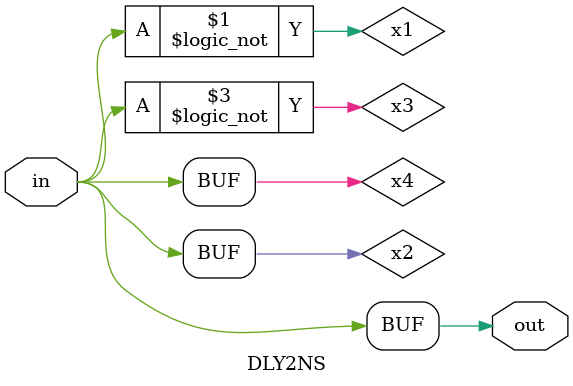
<source format=v>

module SDRAM (
  input             clk_in,     // controller clock
  
  // interface to the chip
  inout      [15:0] sd_data,    // 16 bit databus
  output reg [12:0] sd_addr,    // 13 bit multiplexed address bus
  output reg [1:0]  sd_dqm,     // two byte masks
  output reg [1:0]  sd_ba,      // two banks
  output            sd_cs,      // chip select
  output            sd_we,      // write enable
  output            sd_ras,     // row address select
  output            sd_cas,     // columns address select
  output            sd_cke,     // clock enable
  output            sd_clk,     // chip clock (inverted from input clk)

  // TMS99000 interface
  input      [15:0] din,        // data input from cpu
  output reg [15:0] dout,       // data output to cpu
  input      [23:0] ad,         // 24 bit word address
  input             as,         // as, start of new CPU machine cycle
  input             nwr,        // cpu write cycle
  input             rst,        // cpu reset
  output reg        ack         // Erik: ack out
);

  localparam RASCAS_DELAY   = 3'd3;   // tRCD=20ns -> 3 cycles @ >100MHz
  localparam BURST_LENGTH   = 3'b000; // 000=1, 001=2, 010=4, 011=8
  localparam ACCESS_TYPE    = 1'b0;   // 0=sequential, 1=interleaved
  localparam CAS_LATENCY    = 3'd3;   // 3 needed @ >100Mhz
  localparam OP_MODE        = 2'b00;  // only 00 (standard operation) allowed
  localparam NO_WRITE_BURST = 1'b1;   // 0=write burst enabled, 1=only single access write

  localparam MODE = { 3'b000, NO_WRITE_BURST, OP_MODE, CAS_LATENCY, ACCESS_TYPE, BURST_LENGTH};
  
  // Sync the address bus -- unnecessary, but makes NextPNR timing analysis happy
  reg [23:0] addr;
  always @(posedge clk_in) addr <= ad;

  // ---------------------------------------------------------------------
  // ------------------------ cycle state machine ------------------------
  // ---------------------------------------------------------------------

  // The state machine runs at 125Mhz, synchronous to the CPU
  // Each CPU machine cycle is a r/w cycle followed by a refresh cycle

  localparam STATE_FIRST     = 0;  // idle state, prep command
  localparam STATE_CMD_CAS   = STATE_FIRST  + RASCAS_DELAY; // prep CAS cycle
  localparam STATE_READ      = STATE_CMD_CAS + CAS_LATENCY + 1;
  localparam STATE_CMD_RFSH  = STATE_READ + 1;
  localparam STATE_CMD_DONE  = 10;  // Erik: here we send ack out

  reg [3:0] t;

  // ---------------------------------------------------------------------
  // --------------------------- startup/reset ---------------------------
  // ---------------------------------------------------------------------

  // make sure rst lasts long enough (recommended 100us)
  reg [4:0] reset;
  always @(posedge clk_in) begin
    reset <= (|reset) ? reset - 5'd1 : 0;
    if(rst)	reset <= 5'd25;
  end

  // ---------------------------------------------------------------------
  // ------------------ generate ram control signals ---------------------
  // ---------------------------------------------------------------------

  // all possible commands
  localparam CMD_INHIBIT         = 4'b1111;
  localparam CMD_NOP             = 4'b0111;
  localparam CMD_ACTIVE          = 4'b0011;
  localparam CMD_READ            = 4'b0101;
  localparam CMD_WRITE           = 4'b0100;
  localparam CMD_BURST_TERMINATE = 4'b0110;
  localparam CMD_PRECHARGE       = 4'b0010;
  localparam CMD_AUTO_REFRESH    = 4'b0001;
  localparam CMD_LOAD_MODE       = 4'b0000;

  reg  [3:0] sd_cmd = CMD_INHIBIT; // current command sent to sd ram

  assign sd_clk = !clk_in; // chip clock shifted 180 deg.
  assign sd_cke = 1'b1;

  // drive control signals according to current command
  assign sd_cs  = sd_cmd[3];
  assign sd_ras = sd_cmd[2];
  assign sd_cas = sd_cmd[1];
  assign sd_we  = sd_cmd[0];

  // sdram tri-state databus interaction
  reg  sd_data_wr = 1'b0;
  wire sd_data_rd = (t==STATE_READ) & nwr;
  assign sd_data  = sd_data_wr ? din : 16'hzzzz;
`ifdef __ICARUS__
  always @(posedge sd_clk) if(sd_data_rd) dout <= sd_data;
`else
  wire rd_clk;
  DLY2NS dly(.in(sd_clk), .out(rd_clk));
  IFS1P3BX dbi_FF[15:0] (.SCLK(rd_clk), .SP(sd_data_rd), .Q(dout), .D(sd_data), .PD(1'b0));
`endif
  
  // controller state machine

  always @(posedge clk_in) begin
    sd_cmd <= CMD_INHIBIT;  // default: idle
    ack <= 1'b0;            // default: no ack
    
    // move to next state
    t <= t + !(&t);
    if(rst | as) t <= STATE_FIRST;

    if(reset != 0) begin // reset operation
      case(reset)
      22: sd_ba   <= 2'b00;
      21: sd_addr[10] <= 1'b1; // prep for precharge all banks
      20: sd_cmd  <= CMD_PRECHARGE;
      11: sd_addr <= MODE;
      10: sd_cmd  <= CMD_LOAD_MODE;
      endcase
    end
    
    else begin // normal operation
      case(t)
      // RAS phase
      STATE_FIRST: begin
        sd_addr <= { 1'b0, addr[19:8] };
        sd_ba   <= addr[21:20];
        if (!as) sd_cmd  <= CMD_ACTIVE;
        end
      // CAS phase
      STATE_CMD_CAS-1: begin // set up output data early
          sd_data_wr <= !nwr;
          sd_dqm  <= 2'b00;
          sd_addr <= { 4'b0010, addr[22], addr[7:0] };
          end
      STATE_CMD_CAS:   sd_cmd <= nwr ? CMD_READ : CMD_WRITE;
      STATE_CMD_CAS+1: sd_data_wr <= 1'b0; // revert sd_data to hi-z
      // refresh phase
      STATE_CMD_RFSH:  sd_cmd <= CMD_AUTO_REFRESH;
      STATE_CMD_DONE:   ack <= 1'b1;  // Show the ack for 5 cycles to make sure it seen 
      STATE_CMD_DONE+1: ack <= 1'b1;  // by the lower clock speed side.
      STATE_CMD_DONE+2: ack <= 1'b1;
      STATE_CMD_DONE+3: ack <= 1'b1;
      STATE_CMD_DONE+4: ack <= 1'b1; 
      endcase
    end
  end

endmodule

// poor solution to generate ~2ns delay
//
`ifndef __ICARUS__

module DLY2NS (
  input  wire in,
  output wire out
);

  (* keep *) wire x1 = !in;
  (* keep *) wire x2 = !x1;
  (* keep *) wire x3 = !x2;
  (* keep *) wire x4 = !x3;
  assign out = x4;
  
endmodule

`endif

</source>
